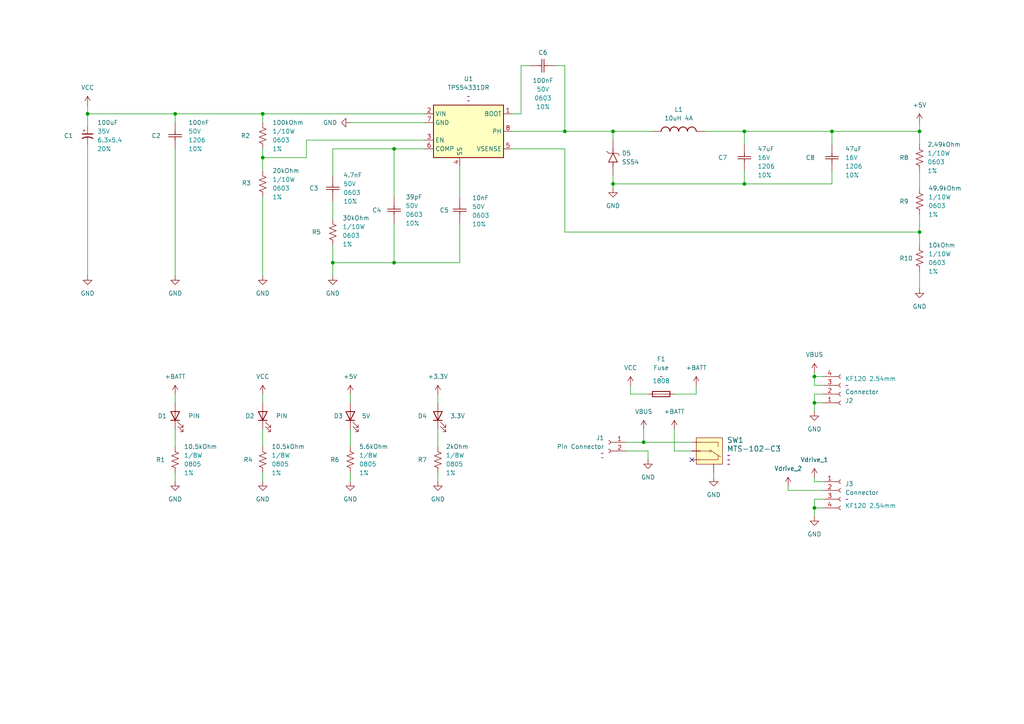
<source format=kicad_sch>
(kicad_sch (version 20250114) (generator "eeschema") (generator_version "9.0")
  (paper "A4")
  (title_block (title "Power Supply") (date "2025-06-30"))
  (lib_symbols
    (symbol "automative_hexapod:0630_10uH-4A" (pin_numbers (hide yes)) (pin_names (hide yes))
      (property "Reference" "L" (at -0.762 5.588 0))
      (property "Value" "10uH 4A" (at -5.08 3.302 0))
      (symbol "0630_10uH-4A_1_1"
        (pin passive line (at -7.62 0 0) (length 2.54) (name "1") (number "1"))
        (pin passive line (at 7.62 0 180) (length 2.54) (name "2") (number "2"))
      )
    )
    (symbol "automative_hexapod:Cap_Polarized_SMD_100uF_35V" (pin_numbers (hide yes)) (pin_names (offset 0.254))
      (property "Reference" "C" (at -1.905 2.54 0))
      (property "Value" "100uF" (at -2.54 -3.556 0))
      (property "Value 2" "35V" (at -0.762 -5.334 0))
      (property "Value 3" "6.3x5.4" (at 1.27 -7.112 0))
      (property "Value 4" "20%" (at -0.508 -8.89 0))
      (symbol "Cap_Polarized_SMD_100uF_35V_1_1"
        (pin passive line (at -2.54 0 0) (length 2.032) (name "~") (number "1"))
        (pin passive line (at 2.54 0 180) (length 2.032) (name "~") (number "2"))
      )
    )
    (symbol "automative_hexapod:Ceramic_Cap_0603_100nF_50V" (pin_numbers (hide yes)) (pin_names (hide yes))
      (property "Reference" "C" (at -1.524 2.794 0))
      (property "Value" "100nF" (at -0.254 -3.81 0))
      (property "Value 2" "50V" (at -1.27 -5.842 0))
      (property "Value 3" "0603" (at -0.508 -7.874 0))
      (property "Value 4" "10%" (at -1.016 -9.652 0))
      (symbol "Ceramic_Cap_0603_100nF_50V_1_1"
        (pin unspecified line (at -3.81 0 0) (length 2.54) (name "") (number "1"))
        (pin unspecified line (at 3.81 0 180) (length 2.54) (name "") (number "2"))
      )
    )
    (symbol "automative_hexapod:Ceramic_Cap_0603_10nF_50V" (pin_numbers (hide yes)) (pin_names (hide yes))
      (property "Reference" "C" (at -1.524 2.794 0))
      (property "Value" "10nF" (at -0.254 -3.81 0))
      (property "Value 2" "50V" (at -0.762 -5.842 0))
      (property "Value 3" "0603" (at 0 -7.874 0))
      (property "Value 4" "10%" (at -0.508 -9.652 0))
      (symbol "Ceramic_Cap_0603_10nF_50V_1_1"
        (pin unspecified line (at -3.81 0 0) (length 2.54) (name "") (number "1"))
        (pin unspecified line (at 3.81 0 180) (length 2.54) (name "") (number "2"))
      )
    )
    (symbol "automative_hexapod:Ceramic_Cap_0603_39pF_50V" (pin_numbers (hide yes)) (pin_names (hide yes))
      (property "Reference" "C" (at -1.524 2.794 0))
      (property "Value" "39pF" (at -0.254 -3.81 0))
      (property "Value 2" "50V" (at -0.762 -5.842 0))
      (property "Value 3" "0603" (at 0 -7.874 0))
      (property "Value 4" "10%" (at -0.508 -9.652 0))
      (symbol "Ceramic_Cap_0603_39pF_50V_1_1"
        (pin unspecified line (at -3.81 0 0) (length 2.54) (name "") (number "1"))
        (pin unspecified line (at 3.81 0 180) (length 2.54) (name "") (number "2"))
      )
    )
    (symbol "automative_hexapod:Ceramic_Cap_0603_4.7nF_50V" (pin_numbers (hide yes)) (pin_names (hide yes))
      (property "Reference" "C" (at -1.524 2.794 0))
      (property "Value" "4.7nF" (at -0.254 -3.81 0))
      (property "Value 2" "50V" (at -0.762 -5.842 0))
      (property "Value 3" "0603" (at 0 -7.874 0))
      (property "Value 4" "10%" (at -0.508 -9.652 0))
      (symbol "Ceramic_Cap_0603_4.7nF_50V_1_1"
        (pin unspecified line (at -3.81 0 0) (length 2.54) (name "") (number "1"))
        (pin unspecified line (at 3.81 0 180) (length 2.54) (name "") (number "2"))
      )
    )
    (symbol "automative_hexapod:Ceramic_Cap_1206_100nF_50V" (pin_numbers (hide yes)) (pin_names (hide yes))
      (property "Reference" "C" (at -1.524 2.794 0))
      (property "Value" "100nF" (at -0.254 -3.81 0))
      (property "Value 2" "50V" (at -1.27 -5.842 0))
      (property "Value 3" "1206" (at -0.508 -7.874 0))
      (property "Value 4" "10%" (at -1.016 -9.652 0))
      (symbol "Ceramic_Cap_1206_100nF_50V_1_1"
        (pin unspecified line (at -3.81 0 0) (length 2.54) (name "") (number "1"))
        (pin unspecified line (at 3.81 0 180) (length 2.54) (name "") (number "2"))
      )
    )
    (symbol "automative_hexapod:Ceramic_Cap_1206_47uF_16V" (pin_numbers (hide yes)) (pin_names (hide yes))
      (property "Reference" "C" (at 2.286 2.794 0))
      (property "Value" "47uF" (at -0.254 -3.302 0))
      (property "Value 2" "16V" (at -0.762 -5.334 0))
      (property "Value 3" "1206" (at -0.254 -7.366 0))
      (property "Value 4" "10%" (at -0.762 -9.398 0))
      (symbol "Ceramic_Cap_1206_47uF_16V_1_1"
        (pin unspecified line (at -3.81 0 0) (length 2.54) (name "") (number "1"))
        (pin unspecified line (at 3.81 0 180) (length 2.54) (name "") (number "2"))
      )
    )
    (symbol "automative_hexapod:Fuse_1808" (pin_numbers (hide yes)) (pin_names (offset 0))
      (property "Reference" "F" (at 0 2.032 0))
      (property "Value" "Fuse" (at 0 -1.905 0))
      (property "Value 2" "~" (at 0 0 0))
      (property "Value 3" "1808" (at 0.254 -3.556 0))
      (symbol "Fuse_1808_1_1"
        (pin passive line (at -3.81 0 0) (length 1.27) (name "~") (number "1"))
        (pin passive line (at 3.81 0 180) (length 1.27) (name "~") (number "2"))
      )
    )
    (symbol "automative_hexapod:KF120-4-V Domino" (pin_names (offset 1.016) (hide yes))
      (property "Reference" "J" (at 0 5.08 0))
      (property "Value" "Connector" (at 6.858 2.032 0))
      (property "Value 2" "~" (at 0 0 0))
      (property "Value 3" "KF120 2.54mm" (at 9.398 -0.508 0))
      (symbol "KF120-4-V Domino_1_1"
        (pin passive line (at -5.08 2.54 0) (length 3.81) (name "Pin_1") (number "1"))
        (pin passive line (at -5.08 0 0) (length 3.81) (name "Pin_2") (number "2"))
        (pin passive line (at -5.08 -2.54 0) (length 3.81) (name "Pin_3") (number "3"))
        (pin passive line (at -5.08 -5.08 0) (length 3.81) (name "Pin_4") (number "4"))
      )
    )
    (symbol "automative_hexapod:LED_0805" (pin_numbers (hide yes)) (pin_names (offset 1.016) (hide yes))
      (property "Reference" "D" (at 0 2.54 0))
      (property "Value" "LED_0805" (at 0 -2.794 0))
      (symbol "LED_0805_1_1"
        (pin passive line (at -3.81 0 0) (length 2.54) (name "A") (number "2"))
        (pin passive line (at 3.81 0 180) (length 2.54) (name "K") (number "1"))
      )
    )
    (symbol "automative_hexapod:MTS-102-C3" (pin_numbers (hide yes)) (pin_names (offset 0.254) (hide yes))
      (property "Reference" "SW" (at -2.54 5.334 0))
      (property "Value" "MTS-102-C3" (at 11.43 -2.794 0))
      (property "Value 2" "~" (at 0 0 0))
      (property "Value 3" "~" (at 0 0 0))
      (property "Value 4" "~" (at 0 0 0))
      (symbol "MTS-102-C3_0_1"
        (pin unspecified line (at -5.08 2.54 0) (length 2.54) (name "3") (number "3"))
        (pin unspecified line (at -5.08 0 0) (length 2.54) (name "2") (number "2"))
        (pin unspecified line (at -5.08 -2.54 0) (length 2.54) (name "1") (number "1"))
        (pin unspecified line (at 1.27 -6.35 90) (length 2.54) (name "SH") (number "SH"))
      )
    )
    (symbol "automative_hexapod:Pin Connector" (pin_names (offset 1.016) (hide yes))
      (property "Reference" "J" (at 0 2.54 0))
      (property "Value" "Pin Connector" (at 7.62 -0.508 0))
      (property "Value 2" "~" (at 0 0 0))
      (property "Value 3" "~" (at 6.096 -2.286 0))
      (symbol "Pin Connector_1_1"
        (pin passive line (at -5.08 0 0) (length 3.81) (name "Pin_1") (number "1"))
        (pin passive line (at -5.08 -2.54 0) (length 3.81) (name "Pin_2") (number "2"))
      )
    )
    (symbol "automative_hexapod:Res_10.5K_0805_1%" (pin_numbers (hide yes)) (pin_names (hide yes))
      (property "Reference" "R" (at 0 2.54 0))
      (property "Value" "10.5kOhm" (at 0.508 -3.556 0))
      (property "Value 2" "1/8W" (at -1.524 -5.334 0))
      (property "Value 3" "0805" (at -1.778 -7.112 0))
      (property "Value 4" "1%" (at -2.794 -8.89 0))
      (symbol "Res_10.5K_0805_1%_1_1"
        (pin passive line (at -3.81 0 0) (length 1.27) (name "~") (number "1"))
        (pin passive line (at 3.81 0 180) (length 1.27) (name "~") (number "2"))
      )
    )
    (symbol "automative_hexapod:Res_100K_0603_1%" (pin_numbers (hide yes)) (pin_names (hide yes))
      (property "Reference" "R" (at 0 2.54 0))
      (property "Value" "100kOhm" (at 0.508 -3.556 0))
      (property "Value 2" "1/10W" (at -0.508 -5.334 0))
      (property "Value 3" "0603" (at -0.762 -7.112 0))
      (property "Value 4" "1%" (at -1.778 -8.89 0))
      (symbol "Res_100K_0603_1%_1_1"
        (pin passive line (at -3.81 0 0) (length 1.27) (name "~") (number "1"))
        (pin passive line (at 3.81 0 180) (length 1.27) (name "~") (number "2"))
      )
    )
    (symbol "automative_hexapod:Res_10K_0603_1%" (pin_numbers (hide yes)) (pin_names (hide yes))
      (property "Reference" "R" (at 0 2.54 0))
      (property "Value" "10kOhm" (at 0.508 -3.556 0))
      (property "Value 2" "1/10W" (at -0.508 -5.334 0))
      (property "Value 3" "0603" (at -0.762 -7.112 0))
      (property "Value 4" "1%" (at -1.778 -8.89 0))
      (symbol "Res_10K_0603_1%_1_1"
        (pin passive line (at -3.81 0 0) (length 1.27) (name "~") (number "1"))
        (pin passive line (at 3.81 0 180) (length 1.27) (name "~") (number "2"))
      )
    )
    (symbol "automative_hexapod:Res_2.49K_0603_1%" (pin_numbers (hide yes)) (pin_names (hide yes))
      (property "Reference" "R" (at 0 2.54 0))
      (property "Value" "2.49kOhm" (at 0.508 -3.556 0))
      (property "Value 2" "1/10W" (at -0.508 -5.334 0))
      (property "Value 3" "0603" (at -0.762 -7.112 0))
      (property "Value 4" "1%" (at -1.778 -8.89 0))
      (symbol "Res_2.49K_0603_1%_1_1"
        (pin passive line (at -3.81 0 0) (length 1.27) (name "~") (number "1"))
        (pin passive line (at 3.81 0 180) (length 1.27) (name "~") (number "2"))
      )
    )
    (symbol "automative_hexapod:Res_20K_0603_1%" (pin_numbers (hide yes)) (pin_names (hide yes))
      (property "Reference" "R" (at 0 2.54 0))
      (property "Value" "20kOhm" (at 0.508 -3.556 0))
      (property "Value 2" "1/10W" (at -0.508 -5.334 0))
      (property "Value 3" "0603" (at -0.762 -7.112 0))
      (property "Value 4" "1%" (at -1.778 -8.89 0))
      (symbol "Res_20K_0603_1%_1_1"
        (pin passive line (at -3.81 0 0) (length 1.27) (name "~") (number "1"))
        (pin passive line (at 3.81 0 180) (length 1.27) (name "~") (number "2"))
      )
    )
    (symbol "automative_hexapod:Res_2K_0805_1%" (pin_numbers (hide yes)) (pin_names (hide yes))
      (property "Reference" "R" (at 0 2.54 0))
      (property "Value" "2kOhm" (at 0.508 -3.556 0))
      (property "Value 2" "1/8W" (at 0 -5.334 0))
      (property "Value 3" "0805" (at -0.254 -7.112 0))
      (property "Value 4" "1%" (at -1.27 -8.89 0))
      (symbol "Res_2K_0805_1%_1_1"
        (pin passive line (at -3.81 0 0) (length 1.27) (name "~") (number "1"))
        (pin passive line (at 3.81 0 180) (length 1.27) (name "~") (number "2"))
      )
    )
    (symbol "automative_hexapod:Res_30K_0603_1%" (pin_numbers (hide yes)) (pin_names (hide yes))
      (property "Reference" "R" (at 0 2.54 0))
      (property "Value" "30kOhm" (at 0.508 -3.556 0))
      (property "Value 2" "1/10W" (at -0.508 -5.334 0))
      (property "Value 3" "0603" (at -0.762 -7.112 0))
      (property "Value 4" "1%" (at -1.778 -8.89 0))
      (symbol "Res_30K_0603_1%_1_1"
        (pin passive line (at -3.81 0 0) (length 1.27) (name "~") (number "1"))
        (pin passive line (at 3.81 0 180) (length 1.27) (name "~") (number "2"))
      )
    )
    (symbol "automative_hexapod:Res_49.9K_0603_1%" (pin_numbers (hide yes)) (pin_names (hide yes))
      (property "Reference" "R" (at 0 2.54 0))
      (property "Value" "49.9kOhm" (at 0.508 -3.556 0))
      (property "Value 2" "1/10W" (at -0.508 -5.334 0))
      (property "Value 3" "0603" (at -0.762 -7.112 0))
      (property "Value 4" "1%" (at -1.778 -8.89 0))
      (symbol "Res_49.9K_0603_1%_1_1"
        (pin passive line (at -3.81 0 0) (length 1.27) (name "~") (number "1"))
        (pin passive line (at 3.81 0 180) (length 1.27) (name "~") (number "2"))
      )
    )
    (symbol "automative_hexapod:Res_5.6K_0805_1%" (pin_numbers (hide yes)) (pin_names (hide yes))
      (property "Reference" "R" (at 0 2.54 0))
      (property "Value" "5.6kOhm" (at 1.27 -3.556 0))
      (property "Value 2" "1/8W" (at 0 -5.334 0))
      (property "Value 3" "0805" (at -0.254 -7.112 0))
      (property "Value 4" "1%" (at -1.27 -8.89 0))
      (symbol "Res_5.6K_0805_1%_1_1"
        (pin passive line (at -3.81 0 0) (length 1.27) (name "~") (number "1"))
        (pin passive line (at 3.81 0 180) (length 1.27) (name "~") (number "2"))
      )
    )
    (symbol "automative_hexapod:SS54" (pin_numbers (hide yes)) (pin_names (hide yes))
      (property "Reference" "D" (at -1.016 2.286 0))
      (property "Value" "SS54" (at 2.54 -2.794 0))
      (symbol "SS54_1_1"
        (pin unspecified line (at -3.81 0 0) (length 2.54) (name "A") (number "1"))
        (pin unspecified line (at 6.35 0 180) (length 2.54) (name "K") (number "2"))
      )
    )
    (symbol "automative_hexapod:TPS54331DR"
      (property "Reference" "U" (at 1.27 16.51 0))
      (property "Value" "TPS54331DR" (at 13.97 16.51 0))
      (property "Value 2" "~" (at 0 0 0))
      (property "Value 3" "~" (at 0 0 0))
      (property "Value 4" "~" (at 0 0 0))
      (symbol "TPS54331DR_1_1"
        (pin power_in line (at -2.54 12.7 0) (length 2.54) (name "VIN") (number "2"))
        (pin power_in line (at -2.54 10.16 0) (length 2.54) (name "GND") (number "7"))
        (pin output line (at -2.54 5.08 0) (length 2.54) (name "EN") (number "3"))
        (pin output line (at -2.54 2.54 0) (length 2.54) (name "COMP") (number "6"))
        (pin power_in line (at 7.62 -2.54 90) (length 2.54) (name "SS") (number "4"))
        (pin output line (at 22.86 12.7 180) (length 2.54) (name "BOOT") (number "1"))
        (pin output line (at 22.86 7.62 180) (length 2.54) (name "PH") (number "8"))
        (pin input line (at 22.86 2.54 180) (length 2.54) (name "VSENSE") (number "5"))
      )
    )
    (symbol "power:+3.3V" (power) (pin_numbers (hide yes)) (pin_names (offset 0) (hide yes))
      (property "Value" "+3.3V" (at 0 3.556 0))
      (symbol "+3.3V_1_1"
        (pin power_in line (at 0 0 90) (length 0) (name "~") (number "1"))
      )
    )
    (symbol "power:+5V" (power) (pin_numbers (hide yes)) (pin_names (offset 0) (hide yes))
      (property "Value" "+5V" (at 0 3.556 0))
      (symbol "+5V_1_1"
        (pin power_in line (at 0 0 90) (length 0) (name "~") (number "1"))
      )
    )
    (symbol "power:+BATT" (power) (pin_numbers (hide yes)) (pin_names (offset 0) (hide yes))
      (property "Value" "+BATT" (at 0 3.556 0))
      (symbol "+BATT_1_1"
        (pin power_in line (at 0 0 90) (length 0) (name "~") (number "1"))
      )
    )
    (symbol "power:GND" (power) (pin_numbers (hide yes)) (pin_names (offset 0) (hide yes))
      (property "Value" "GND" (at 0 -3.81 0))
      (symbol "GND_1_1"
        (pin power_in line (at 0 0 270) (length 0) (name "~") (number "1"))
      )
    )
    (symbol "power:VBUS" (power) (pin_numbers (hide yes)) (pin_names (offset 0) (hide yes))
      (property "Value" "VBUS" (at 0 3.556 0))
      (symbol "VBUS_1_1"
        (pin power_in line (at 0 0 90) (length 0) (name "~") (number "1"))
      )
    )
    (symbol "power:VCC" (power) (pin_numbers (hide yes)) (pin_names (offset 0) (hide yes))
      (property "Value" "VCC" (at 0 3.556 0))
      (symbol "VCC_1_1"
        (pin power_in line (at 0 0 90) (length 0) (name "~") (number "1"))
      )
    )
    (symbol "power:Vdrive" (power) (pin_numbers (hide yes)) (pin_names (offset 0) (hide yes))
      (property "Value" "Vdrive" (at 0 3.556 0))
      (symbol "Vdrive_1_1"
        (pin power_in line (at 0 0 90) (length 0) (name "~") (number "1"))
      )
    )
  )
  (junction (at 76.2 33.02))
  (junction (at 236.22 116.84))
  (junction (at 177.8 53.34))
  (junction (at 25.4 33.02))
  (junction (at 215.9 53.34))
  (junction (at 50.8 33.02))
  (junction (at 266.7 67.31))
  (junction (at 266.7 38.1))
  (junction (at 114.3 43.18))
  (junction (at 215.9 38.1))
  (junction (at 114.3 76.2))
  (junction (at 177.8 38.1))
  (junction (at 241.3 38.1))
  (junction (at 236.22 147.32))
  (junction (at 76.2 45.72))
  (junction (at 236.22 109.22))
  (junction (at 96.52 76.2))
  (junction (at 186.69 128.27))
  (junction (at 163.83 38.1))
  (no_connect (at 200.66 133.35))
  (wire (pts (xy 177.8 38.1) (xy 163.83 38.1)))
  (wire (pts (xy 96.52 76.2) (xy 96.52 71.12)))
  (wire (pts (xy 236.22 144.78) (xy 238.76 144.78)))
  (wire (pts (xy 101.6 114.3) (xy 101.6 116.84)))
  (wire (pts (xy 127 114.3) (xy 127 116.84)))
  (wire (pts (xy 266.7 41.91) (xy 266.7 38.1)))
  (wire (pts (xy 266.7 67.31) (xy 266.7 71.12)))
  (wire (pts (xy 96.52 50.8) (xy 96.52 43.18)))
  (wire (pts (xy 236.22 114.3) (xy 238.76 114.3)))
  (wire (pts (xy 114.3 76.2) (xy 96.52 76.2)))
  (wire (pts (xy 236.22 111.76) (xy 238.76 111.76)))
  (wire (pts (xy 186.69 128.27) (xy 200.66 128.27)))
  (wire (pts (xy 236.22 116.84) (xy 236.22 114.3)))
  (wire (pts (xy 215.9 53.34) (xy 177.8 53.34)))
  (wire (pts (xy 215.9 38.1) (xy 241.3 38.1)))
  (wire (pts (xy 182.88 114.3) (xy 187.96 114.3)))
  (wire (pts (xy 186.69 124.46) (xy 186.69 128.27)))
  (wire (pts (xy 25.4 30.48) (xy 25.4 33.02)))
  (wire (pts (xy 266.7 49.53) (xy 266.7 54.61)))
  (wire (pts (xy 236.22 147.32) (xy 238.76 147.32)))
  (wire (pts (xy 76.2 33.02) (xy 123.19 33.02)))
  (wire (pts (xy 76.2 124.46) (xy 76.2 129.54)))
  (wire (pts (xy 114.3 43.18) (xy 123.19 43.18)))
  (wire (pts (xy 177.8 53.34) (xy 177.8 54.61)))
  (wire (pts (xy 25.4 41.91) (xy 25.4 80.01)))
  (wire (pts (xy 201.93 114.3) (xy 195.58 114.3)))
  (wire (pts (xy 88.9 40.64) (xy 88.9 45.72)))
  (wire (pts (xy 76.2 57.15) (xy 76.2 80.01)))
  (wire (pts (xy 236.22 147.32) (xy 236.22 144.78)))
  (wire (pts (xy 241.3 53.34) (xy 215.9 53.34)))
  (wire (pts (xy 114.3 43.18) (xy 114.3 57.15)))
  (wire (pts (xy 236.22 119.38) (xy 236.22 116.84)))
  (wire (pts (xy 133.35 64.77) (xy 133.35 76.2)))
  (wire (pts (xy 236.22 109.22) (xy 238.76 109.22)))
  (wire (pts (xy 148.59 43.18) (xy 163.83 43.18)))
  (wire (pts (xy 215.9 49.53) (xy 215.9 53.34)))
  (wire (pts (xy 236.22 107.95) (xy 236.22 109.22)))
  (wire (pts (xy 163.83 67.31) (xy 266.7 67.31)))
  (wire (pts (xy 114.3 64.77) (xy 114.3 76.2)))
  (wire (pts (xy 148.59 38.1) (xy 163.83 38.1)))
  (wire (pts (xy 187.96 133.35) (xy 187.96 130.81)))
  (wire (pts (xy 241.3 38.1) (xy 241.3 41.91)))
  (wire (pts (xy 50.8 33.02) (xy 50.8 35.56)))
  (wire (pts (xy 204.47 38.1) (xy 215.9 38.1)))
  (wire (pts (xy 163.83 19.05) (xy 161.29 19.05)))
  (wire (pts (xy 195.58 124.46) (xy 195.58 130.81)))
  (wire (pts (xy 50.8 114.3) (xy 50.8 116.84)))
  (wire (pts (xy 76.2 33.02) (xy 76.2 35.56)))
  (wire (pts (xy 133.35 76.2) (xy 114.3 76.2)))
  (wire (pts (xy 127 124.46) (xy 127 129.54)))
  (wire (pts (xy 236.22 139.7) (xy 236.22 138.43)))
  (wire (pts (xy 101.6 124.46) (xy 101.6 129.54)))
  (wire (pts (xy 88.9 40.64) (xy 123.19 40.64)))
  (wire (pts (xy 133.35 48.26) (xy 133.35 57.15)))
  (wire (pts (xy 266.7 38.1) (xy 241.3 38.1)))
  (wire (pts (xy 76.2 45.72) (xy 76.2 43.18)))
  (wire (pts (xy 241.3 49.53) (xy 241.3 53.34)))
  (wire (pts (xy 101.6 137.16) (xy 101.6 139.7)))
  (wire (pts (xy 151.13 19.05) (xy 153.67 19.05)))
  (wire (pts (xy 76.2 137.16) (xy 76.2 139.7)))
  (wire (pts (xy 266.7 78.74) (xy 266.7 83.82)))
  (wire (pts (xy 177.8 38.1) (xy 189.23 38.1)))
  (wire (pts (xy 101.6 35.56) (xy 123.19 35.56)))
  (wire (pts (xy 236.22 149.86) (xy 236.22 147.32)))
  (wire (pts (xy 266.7 62.23) (xy 266.7 67.31)))
  (wire (pts (xy 236.22 109.22) (xy 236.22 111.76)))
  (wire (pts (xy 76.2 45.72) (xy 76.2 49.53)))
  (wire (pts (xy 181.61 128.27) (xy 186.69 128.27)))
  (wire (pts (xy 228.6 142.24) (xy 238.76 142.24)))
  (wire (pts (xy 148.59 33.02) (xy 151.13 33.02)))
  (wire (pts (xy 177.8 50.8) (xy 177.8 53.34)))
  (wire (pts (xy 182.88 111.76) (xy 182.88 114.3)))
  (wire (pts (xy 207.01 138.43) (xy 207.01 137.16)))
  (wire (pts (xy 195.58 130.81) (xy 200.66 130.81)))
  (wire (pts (xy 50.8 124.46) (xy 50.8 129.54)))
  (wire (pts (xy 151.13 33.02) (xy 151.13 19.05)))
  (wire (pts (xy 50.8 43.18) (xy 50.8 80.01)))
  (wire (pts (xy 25.4 36.83) (xy 25.4 33.02)))
  (wire (pts (xy 96.52 43.18) (xy 114.3 43.18)))
  (wire (pts (xy 201.93 111.76) (xy 201.93 114.3)))
  (wire (pts (xy 127 137.16) (xy 127 139.7)))
  (wire (pts (xy 163.83 43.18) (xy 163.83 67.31)))
  (wire (pts (xy 25.4 33.02) (xy 50.8 33.02)))
  (wire (pts (xy 187.96 130.81) (xy 181.61 130.81)))
  (wire (pts (xy 50.8 137.16) (xy 50.8 139.7)))
  (wire (pts (xy 215.9 38.1) (xy 215.9 41.91)))
  (wire (pts (xy 96.52 76.2) (xy 96.52 80.01)))
  (wire (pts (xy 163.83 38.1) (xy 163.83 19.05)))
  (wire (pts (xy 88.9 45.72) (xy 76.2 45.72)))
  (wire (pts (xy 238.76 139.7) (xy 236.22 139.7)))
  (wire (pts (xy 228.6 140.97) (xy 228.6 142.24)))
  (wire (pts (xy 50.8 33.02) (xy 76.2 33.02)))
  (wire (pts (xy 177.8 40.64) (xy 177.8 38.1)))
  (wire (pts (xy 236.22 116.84) (xy 238.76 116.84)))
  (wire (pts (xy 76.2 114.3) (xy 76.2 116.84)))
  (wire (pts (xy 266.7 35.56) (xy 266.7 38.1)))
  (wire (pts (xy 96.52 58.42) (xy 96.52 63.5)))
  (symbol (lib_id "power:+BATT") (at 50.8 114.3 0) (unit 1)
    (property "Reference" "#PWR04" (effects (hide yes)))
    (property "Value" "+BATT" (at 50.8 109.22 0))
    (property "Description" "Power symbol creates a global label with name \"+BATT\"" (effects (hide yes)))
  )
  (symbol (lib_id "automative_hexapod:Res_2K_0805_1%") (at 127 133.35 90) (unit 1)
    (property "Reference" "R7" (at 121.158 133.35 90) (effects (justify right)))
    (property "Value" "2kOhm" (at 129.286 129.54 90) (effects (justify right)))
    (property "Footprint" "automative_hexapod:Res_0805" (effects (hide yes)))
    (property "Description" "Res_2K_0805_1%" (effects (hide yes)))
    (property "Value 2" "1/8W" (at 129.286 132.08 90) (effects (justify right)))
    (property "Value 3" "0805" (at 129.286 134.62 90) (effects (justify right)))
    (property "Value 4" "1%" (at 129.286 137.16 90) (effects (justify right)))
    (property "Supply Name" "Thegioiic" (effects (hide yes)))
    (property "Supply Part Number" "Điện Trở 2 KOhm 0805 1%" (effects (hide yes)))
    (property "Supply URL" "https://www.Thegioiic.com/dien-tro-2-kohm-0805-1-" (effects (hide yes)))
  )
  (symbol (lib_id "automative_hexapod:Res_10.5K_0805_1%") (at 50.8 133.35 90) (unit 1)
    (property "Reference" "R1" (at 45.212 133.35 90) (effects (justify right)))
    (property "Value" "10.5kOhm" (at 53.34 129.54 90) (effects (justify right)))
    (property "Footprint" "automative_hexapod:Res_0805" (effects (hide yes)))
    (property "Description" "Res_10.5K_0805_1%" (effects (hide yes)))
    (property "Value 2" "1/8W" (at 53.34 132.08 90) (effects (justify right)))
    (property "Value 3" "0805" (at 53.34 134.62 90) (effects (justify right)))
    (property "Value 4" "1%" (at 53.34 137.16 90) (effects (justify right)))
    (property "Supply Name" "Thegioiic" (effects (hide yes)))
    (property "Supply Part Number" "Điện Trở 10.5 KOhm 0805 1%" (effects (hide yes)))
    (property "Supply URL" "https://www.Thegioiic.com/dien-tro-10-5-kohm-0805-1-" (effects (hide yes)))
  )
  (symbol (lib_id "power:GND") (at 76.2 80.01 0) (unit 1)
    (property "Reference" "#PWR06" (effects (hide yes)))
    (property "Value" "GND" (at 76.2 85.09 0))
    (property "Description" "Power symbol creates a global label with name \"GND\" , ground" (effects (hide yes)))
  )
  (symbol (lib_id "power:Vdrive") (at 228.6 140.97 0) (unit 1)
    (property "Reference" "#PWR021" (effects (hide yes)))
    (property "Value" "Vdrive_2" (at 228.6 135.89 0))
    (property "Description" "Power symbol creates a global label with name \"Vdrive\"" (effects (hide yes)))
  )
  (symbol (lib_id "power:VBUS") (at 186.69 124.46 0) (unit 1)
    (property "Reference" "#PWR0186" (effects (hide yes)))
    (property "Value" "VBUS" (at 186.69 119.38 0))
    (property "Description" "Power symbol creates a global label with name \"VBUS\"" (effects (hide yes)))
  )
  (symbol (lib_id "power:GND") (at 101.6 35.56 270) (unit 1)
    (property "Reference" "#PWR010" (effects (hide yes)))
    (property "Value" "GND" (at 97.79 35.5599 90) (effects (justify right)))
    (property "Description" "Power symbol creates a global label with name \"GND\" , ground" (effects (hide yes)))
  )
  (symbol (lib_id "automative_hexapod:0630_10uH-4A") (at 196.85 38.1 0) (unit 1)
    (property "Reference" "L1" (at 196.85 31.75 0))
    (property "Value" "10uH 4A" (at 196.85 34.29 0))
    (property "Footprint" "automative_hexapod:Inductor_0630" (effects (hide yes)))
    (property "Description" "Inductor 10uH 0630" (effects (hide yes)))
    (property "Value 3" "0630" (effects (hide yes)))
    (property "Value 4" "20%" (effects (hide yes)))
    (property "Supply Name" "icdayroi" (effects (hide yes)))
    (property "Supply Part Number" " Cuộn cảm 10UH 0630" (effects (hide yes)))
    (property "Supply URL" "https://icdayroi.com/cuon-cam-10uh-0630" (effects (hide yes)))
  )
  (symbol (lib_id "automative_hexapod:Res_5.6K_0805_1%") (at 101.6 133.35 90) (unit 1)
    (property "Reference" "R6" (at 95.758 133.35 90) (effects (justify right)))
    (property "Value" "5.6kOhm" (at 104.14 129.54 90) (effects (justify right)))
    (property "Footprint" "automative_hexapod:Res_0805" (effects (hide yes)))
    (property "Description" "Res_5.6K_0805_1%" (effects (hide yes)))
    (property "Value 2" "1/8W" (at 104.14 132.08 90) (effects (justify right)))
    (property "Value 3" "0805" (at 104.14 134.62 90) (effects (justify right)))
    (property "Value 4" "1%" (at 104.14 137.16 90) (effects (justify right)))
    (property "Supply Name" "Thegioiic" (effects (hide yes)))
    (property "Supply Part Number" "Điện Trở 5.6 KOhm 0805 1%" (effects (hide yes)))
    (property "Supply URL" "https://www.Thegioiic.com/dien-tro-5-6-kohm-0805-1-" (effects (hide yes)))
  )
  (symbol (lib_id "power:VCC") (at 25.4 30.48 0) (unit 1)
    (property "Reference" "#PWR01" (effects (hide yes)))
    (property "Value" "VCC" (at 25.4 25.4 0))
    (property "Description" "Power symbol creates a global label with name \"VCC\"" (effects (hide yes)))
  )
  (symbol (lib_id "power:+5V") (at 266.7 35.56 0) (unit 1)
    (property "Reference" "#PWR026" (effects (hide yes)))
    (property "Value" "+5V" (at 266.7 30.48 0))
    (property "Description" "Power symbol creates a global label with name \"+5V\"" (effects (hide yes)))
  )
  (symbol (lib_id "automative_hexapod:Res_49.9K_0603_1%") (at 266.7 58.42 90) (unit 1)
    (property "Reference" "R9" (at 260.858 58.42 90) (effects (justify right)))
    (property "Value" "49.9kOhm" (at 269.24 54.61 90) (effects (justify right)))
    (property "Footprint" "automative_hexapod:Res_0603" (effects (hide yes)))
    (property "Description" "Res_49.9K_0603_1%" (effects (hide yes)))
    (property "Value 2" "1/10W" (at 269.24 57.15 90) (effects (justify right)))
    (property "Value 3" "0603" (at 269.24 59.69 90) (effects (justify right)))
    (property "Value 4" "1%" (at 269.24 62.23 90) (effects (justify right)))
    (property "Supply Name" "Thegioiic" (effects (hide yes)))
    (property "Supply Part Number" "Điện Trở 49.9 KOhm 0603 1%" (effects (hide yes)))
    (property "Supply URL" "https://www.thegioiic.com/dien-tro-49-9-kohm-0603-1-" (effects (hide yes)))
  )
  (symbol (lib_id "power:GND") (at 207.01 138.43 0) (unit 1)
    (property "Reference" "#PWR020" (effects (hide yes)))
    (property "Value" "GND" (at 207.01 143.51 0))
    (property "Description" "Power symbol creates a global label with name \"GND\" , ground" (effects (hide yes)))
  )
  (symbol (lib_id "power:GND") (at 101.6 139.7 0) (unit 1)
    (property "Reference" "#PWR012" (effects (hide yes)))
    (property "Value" "GND" (at 101.6 144.78 0))
    (property "Description" "Power symbol creates a global label with name \"GND\" , ground" (effects (hide yes)))
  )
  (symbol (lib_id "power:VCC") (at 76.2 114.3 0) (unit 1)
    (property "Reference" "#PWR07" (effects (hide yes)))
    (property "Value" "VCC" (at 76.2 109.22 0))
    (property "Description" "Power symbol creates a global label with name \"VCC\"" (effects (hide yes)))
  )
  (symbol (lib_id "automative_hexapod:Pin Connector") (at 176.53 128.27 0) (mirror y) (unit 1)
    (property "Reference" "J1" (at 175.26 126.9999 0) (effects (justify left)))
    (property "Value" "Pin Connector" (at 175.26 129.5399 0) (effects (justify left)))
    (property "Footprint" "automative_hexapod:Connector-Pin" (effects (hide yes)))
    (property "Value 2" "~" (at 175.26 131.445 0) (effects (justify left)))
    (property "Value 3" "~" (at 175.26 132.715 0) (effects (justify left)))
  )
  (symbol (lib_id "power:GND") (at 236.22 149.86 0) (unit 1)
    (property "Reference" "#PWR025" (effects (hide yes)))
    (property "Value" "GND" (at 236.22 154.94 0))
    (property "Description" "Power symbol creates a global label with name \"GND\" , ground" (effects (hide yes)))
  )
  (symbol (lib_id "automative_hexapod:MTS-102-C3") (at 205.74 130.81 0) (unit 1)
    (property "Reference" "SW1" (at 210.82 127.6349 0) (effects (font (size 1.524 1.524)) (justify left)))
    (property "Value" "MTS-102-C3" (at 210.82 130.1749 0) (effects (font (size 1.524 1.524)) (justify left)))
    (property "Footprint" "automative_hexapod:MTS-102-C3" (effects (hide yes)))
    (property "Value 2" "~" (at 210.82 132.08 0) (effects (justify left)))
    (property "Value 3" "~" (at 210.82 133.35 0) (effects (justify left)))
    (property "Value 4" "~" (at 210.82 134.62 0) (effects (justify left)))
    (property "Supply Name" "Thegioiic" (effects (hide yes)))
    (property "Supply Part Number" "MTS-102-C3 Công Tắc Toggle ON-ON Gạt Giữ 3 Chân Cong 6A 125VAC" (effects (hide yes)))
    (property "Supply URL" "https://www.Thegioiic.com/mts-102-c3-cong-tac-toggle-on-on-gat-giu-3-chan-cong-6a-125vac" (effects (hide yes)))
  )
  (symbol (lib_id "automative_hexapod:Res_20K_0603_1%") (at 76.2 53.34 90) (unit 1)
    (property "Reference" "R3" (at 70.104 53.086 90) (effects (justify right)))
    (property "Value" "20kOhm" (at 78.994 49.53 90) (effects (justify right)))
    (property "Footprint" "automative_hexapod:Res_0603" (effects (hide yes)))
    (property "Description" "Res_20K_0603_1%" (effects (hide yes)))
    (property "Value 2" "1/10W" (at 78.994 52.07 90) (effects (justify right)))
    (property "Value 3" "0603" (at 78.994 54.61 90) (effects (justify right)))
    (property "Value 4" "1%" (at 78.994 57.15 90) (effects (justify right)))
    (property "Supply Name" "Thegioiic" (effects (hide yes)))
    (property "Supply Part Number" "Điện Trở 20 KOhm 0603 1%" (effects (hide yes)))
    (property "Supply URL" "https://www.Thegioiic.com/dien-tro-20-kohm-0603-1-" (effects (hide yes)))
  )
  (symbol (lib_id "power:GND") (at 187.96 133.35 0) (unit 1)
    (property "Reference" "#PWR017" (effects (hide yes)))
    (property "Value" "GND" (at 187.96 138.43 0))
    (property "Description" "Power symbol creates a global label with name \"GND\" , ground" (effects (hide yes)))
  )
  (symbol (lib_id "automative_hexapod:Res_2.49K_0603_1%") (at 266.7 45.72 90) (unit 1)
    (property "Reference" "R8" (at 260.858 45.72 90) (effects (justify right)))
    (property "Value" "2.49kOhm" (at 268.986 41.91 90) (effects (justify right)))
    (property "Footprint" "automative_hexapod:Res_0603" (effects (hide yes)))
    (property "Description" "Res_2.49K_0603_1%" (effects (hide yes)))
    (property "Value 2" "1/10W" (at 268.986 44.45 90) (effects (justify right)))
    (property "Value 3" "0603" (at 268.986 46.99 90) (effects (justify right)))
    (property "Value 4" "1%" (at 268.986 49.53 90) (effects (justify right)))
    (property "Supply Name" "Thegioiic" (effects (hide yes)))
    (property "Supply Part Number" "Điện Trở 2.49 KOhm 0603 1%" (effects (hide yes)))
    (property "Supply URL" "https://www.thegioiic.com/dien-tro-2-49-kohm-0603-1-" (effects (hide yes)))
  )
  (symbol (lib_id "automative_hexapod:LED_0805") (at 101.6 120.65 270) (unit 1)
    (property "Reference" "D3" (at 96.774 120.65 90) (effects (justify left)))
    (property "Value" "5V" (at 104.902 120.65 90) (effects (justify left)))
    (property "Footprint" "automative_hexapod:LED_0805" (effects (hide yes)))
    (property "Description" "Light emitting diode" (effects (hide yes)))
    (property "Supply Name" "Thegioiic" (effects (hide yes)))
    (property "Supply Part Number" "LED Xanh Lá 0805 Dán SMD Trong Suốt" (effects (hide yes)))
    (property "Supply URL" "https://www.Thegioiic.com/led-xanh-la-0805-dan-smd-trong-suot" (effects (hide yes)))
    (property "Supply Name" "Thegioiic" (effects (hide yes)))
  )
  (symbol (lib_id "automative_hexapod:KF120-4-V Domino") (at 243.84 142.24 0) (unit 1)
    (property "Reference" "J3" (at 245.11 140.3349 0) (effects (justify left)))
    (property "Value" "Connector" (at 245.11 142.8749 0) (effects (justify left)))
    (property "Footprint" "automative_hexapod:TerminalBlock_Phoenix_MKDS-1,5-4-5.08_1x04_P5.08mm_Horizontal" (effects (hide yes)))
    (property "Description" "150V 6A" (effects (hide yes)))
    (property "Value 2" "~" (at 245.11 144.78 0) (effects (justify left)))
    (property "Value 3" "KF120 2.54mm" (at 245.11 146.6849 0) (effects (justify left)))
    (property "Supply Name" "Thegioiic" (effects (hide yes)))
    (property "Supply Part Number" " KF120-4-V Domino 4 Chân Thẳng 2.54mm 150V 6A Hàn PCB" (effects (hide yes)))
    (property "Supply URL" "https://www.Thegioiic.com/kf120-4-v-domino-4-chan-thang-2-54mm-150v-6a-han-pcb" (effects (hide yes)))
  )
  (symbol (lib_id "power:GND") (at 50.8 139.7 0) (unit 1)
    (property "Reference" "#PWR05" (effects (hide yes)))
    (property "Value" "GND" (at 50.8 144.78 0))
    (property "Description" "Power symbol creates a global label with name \"GND\" , ground" (effects (hide yes)))
  )
  (symbol (lib_id "automative_hexapod:TPS54331DR") (at 125.73 45.72 0) (unit 1)
    (property "Reference" "U1" (at 135.89 22.86 0))
    (property "Value" "TPS54331DR" (at 135.89 25.4 0))
    (property "Footprint" "automative_hexapod:SOIC-8" (effects (hide yes)))
    (property "Datasheet" "http://www.ti.com/lit/ds/symlink/tps54336a.pdf" (effects (hide yes)))
    (property "Description" "4.5V to 28V Input, 3A, Synchronous Step-Down Converter with Eco-mode(tm)" (effects (hide yes)))
    (property "Supply Name" "Thegioiic" (effects (hide yes)))
    (property "Supply Part Number" "TPS54331DR IC Điều Chỉnh Giảm Áp 3A 8-SOIC" (effects (hide yes)))
    (property "Supply URL" "https://Thegioiic.com/tps54331dr-ic-dieu-chinh-giam-ap-3a-8-soic" (effects (hide yes)))
    (property "Value 2" "~" (at 135.89 27.94 0))
    (property "Value 3" "~" (at 135.89 29.21 0))
    (property "Value 4" "~" (at 135.89 30.48 0))
  )
  (symbol (lib_id "power:+5V") (at 101.6 114.3 0) (unit 1)
    (property "Reference" "#PWR011" (effects (hide yes)))
    (property "Value" "+5V" (at 101.6 109.22 0))
    (property "Description" "Power symbol creates a global label with name \"+5V\"" (effects (hide yes)))
  )
  (symbol (lib_id "power:GND") (at 266.7 83.82 0) (unit 1)
    (property "Reference" "#PWR027" (effects (hide yes)))
    (property "Value" "GND" (at 266.7 88.9 0))
    (property "Description" "Power symbol creates a global label with name \"GND\" , ground" (effects (hide yes)))
  )
  (symbol (lib_id "automative_hexapod:SS54") (at 177.8 46.99 90) (unit 1)
    (property "Reference" "D5" (at 180.34 44.4499 90) (effects (justify right)))
    (property "Value" "SS54" (at 180.34 46.9899 90) (effects (justify right)))
    (property "Footprint" "automative_hexapod:D_SMA" (effects (hide yes)))
    (property "Datasheet" "https://www.thegioiic.com/upload/documents/dc8a63b3eda4738bc390d9dc570a4e18.pdf" (effects (hide yes)))
    (property "Description" "Diode Shotky SS54 1N5824 5A 40V" (effects (hide yes)))
    (property "Supply name" "Thegioiic" (effects (hide yes)))
    (property "Supply part number" "SS54 SMA Diode Shotky 5A 40V" (effects (hide yes)))
    (property "Supply URL" "https://www.thegioiic.com/ss54-sma-diode-shotky-5a-40v" (effects (hide yes)))
  )
  (symbol (lib_id "automative_hexapod:Ceramic_Cap_1206_47uF_16V") (at 241.3 45.72 90) (unit 1)
    (property "Reference" "C8" (at 233.68 45.72 90) (effects (justify right)))
    (property "Value" "47uF" (at 245.11 43.1799 90) (effects (justify right)))
    (property "Footprint" "automative_hexapod:Ceramic_Cap_1206" (effects (hide yes)))
    (property "Description" "10%, 1206 (3216 Metric)" (effects (hide yes)))
    (property "Value 2" "16V" (at 245.11 45.7199 90) (effects (justify right)))
    (property "Value 3" "1206" (at 245.11 48.2599 90) (effects (justify right)))
    (property "Value 4" "10%" (at 245.11 50.7999 90) (effects (justify right)))
    (property "Supply name" "Thegioiic" (effects (hide yes)))
    (property "Supply part number" "Tụ Gốm 0805 47uF 16V" (effects (hide yes)))
    (property "Supply URL" "https://www.Thegioiic.com/tu-gom-0805-47uf-16v" (effects (hide yes)))
  )
  (symbol (lib_id "automative_hexapod:Ceramic_Cap_0603_39pF_50V") (at 114.3 60.96 90) (unit 1)
    (property "Reference" "C4" (at 107.95 60.96 90) (effects (justify right)))
    (property "Value" "39pF" (at 117.602 57.15 90) (effects (justify right)))
    (property "Footprint" "automative_hexapod:Ceramic_Cap_0603" (effects (hide yes)))
    (property "Description" "10%, 0603 (1608 Metric)" (effects (hide yes)))
    (property "Value 2" "50V" (at 117.602 59.69 90) (effects (justify right)))
    (property "Value 3" "0603" (at 117.602 62.23 90) (effects (justify right)))
    (property "Value 4" "10%" (at 117.602 64.77 90) (effects (justify right)))
    (property "Supply Name" "Thegioiic" (effects (hide yes)))
    (property "Supply Part Number" "Tụ Gốm 0603 39pF 50V" (effects (hide yes)))
    (property "Supply URL" "https://www.Thegioiic.com/tu-gom-0603-39pf-50v" (effects (hide yes)))
  )
  (symbol (lib_id "automative_hexapod:Fuse_1808") (at 191.77 114.3 0) (unit 1)
    (property "Reference" "F1" (at 191.77 104.14 0))
    (property "Value" "Fuse" (at 191.77 106.68 0))
    (property "Footprint" "automative_hexapod:FUSE_SMD_1808" (effects (hide yes)))
    (property "Value 2" "~" (at 191.77 109.22 0))
    (property "Value 3" "1808" (at 191.77 110.49 0))
    (property "Supply Name" "Thegioiic" (effects (hide yes)))
    (property "Supply Part Number" "Đế Cầu Chì 1808 Dán SMD" (effects (hide yes)))
    (property "Supply URL" "https://www.Thegioiic.com/de-cau-chi-1808-dan-smd" (effects (hide yes)))
  )
  (symbol (lib_id "power:GND") (at 127 139.7 0) (unit 1)
    (property "Reference" "#PWR014" (effects (hide yes)))
    (property "Value" "GND" (at 127 144.78 0))
    (property "Description" "Power symbol creates a global label with name \"GND\" , ground" (effects (hide yes)))
  )
  (symbol (lib_id "power:+3.3V") (at 127 114.3 0) (unit 1)
    (property "Reference" "#PWR013" (effects (hide yes)))
    (property "Value" "+3.3V" (at 127 109.22 0))
    (property "Description" "Power symbol creates a global label with name \"+3.3V\"" (effects (hide yes)))
  )
  (symbol (lib_id "automative_hexapod:LED_0805") (at 76.2 120.65 270) (unit 1)
    (property "Reference" "D2" (at 71.12 120.65 90) (effects (justify left)))
    (property "Value" "PIN" (at 80.01 120.65 90) (effects (justify left)))
    (property "Footprint" "automative_hexapod:LED_0805" (effects (hide yes)))
    (property "Description" "Light emitting diode" (effects (hide yes)))
    (property "Supply Name" "Thegioiic" (effects (hide yes)))
    (property "Supply Part Number" "LED Xanh Lá 0805 Dán SMD Trong Suốt" (effects (hide yes)))
    (property "Supply URL" "https://www.Thegioiic.com/led-xanh-la-0805-dan-smd-trong-suot" (effects (hide yes)))
  )
  (symbol (lib_id "automative_hexapod:Res_10K_0603_1%") (at 266.7 74.93 90) (unit 1)
    (property "Reference" "R10" (at 260.858 74.93 90) (effects (justify right)))
    (property "Value" "10kOhm" (at 269.24 71.12 90) (effects (justify right)))
    (property "Footprint" "automative_hexapod:Res_0603" (effects (hide yes)))
    (property "Description" "Res_10K_0603_1%" (effects (hide yes)))
    (property "Value 2" "1/10W" (at 269.24 73.66 90) (effects (justify right)))
    (property "Value 3" "0603" (at 269.24 76.2 90) (effects (justify right)))
    (property "Value 4" "1%" (at 269.24 78.74 90) (effects (justify right)))
    (property "Supply Name" "Thegioiic" (effects (hide yes)))
    (property "Supply Part Number" "Điện Trở 10 KOhm 0603 1%" (effects (hide yes)))
    (property "Supply URL" "https://www.Thegioiic.com/dien-tro-10-kohm-0603-1-" (effects (hide yes)))
  )
  (symbol (lib_id "power:GND") (at 50.8 80.01 0) (unit 1)
    (property "Reference" "#PWR03" (effects (hide yes)))
    (property "Value" "GND" (at 50.8 85.09 0))
    (property "Description" "Power symbol creates a global label with name \"GND\" , ground" (effects (hide yes)))
  )
  (symbol (lib_id "automative_hexapod:Cap_Polarized_SMD_100uF_35V") (at 25.4 39.37 270) (unit 1)
    (property "Reference" "C1" (at 18.542 39.37 90) (effects (justify left)))
    (property "Value" "100uF" (at 28.194 35.56 90) (effects (justify left)))
    (property "Footprint" "automative_hexapod:CP_Elec_6.3x5.4" (effects (hide yes)))
    (property "Description" "Polarized capacitor 100uF 35V, 20%" (effects (hide yes)))
    (property "Value 2" "35V" (at 28.194 38.1 90) (effects (justify left)))
    (property "Value 3" "6.3x5.4" (at 28.194 40.64 90) (effects (justify left)))
    (property "Value 4" "20%" (at 28.194 43.18 90) (effects (justify left)))
    (property "Supply Name" "Thegioiic" (effects (hide yes)))
    (property "Supply Part Number" "Tụ Nhôm SMD 100uF 35V 6.3X5.4mm" (effects (hide yes)))
    (property "Supply URL" "https://www.Thegioiic.com/tu-nhom-smd-100uf-35v-6-3x5-4mm" (effects (hide yes)))
  )
  (symbol (lib_id "power:VCC") (at 182.88 111.76 0) (unit 1)
    (property "Reference" "#PWR016" (effects (hide yes)))
    (property "Value" "VCC" (at 182.88 106.68 0))
    (property "Description" "Power symbol creates a global label with name \"VCC\"" (effects (hide yes)))
  )
  (symbol (lib_id "automative_hexapod:Res_30K_0603_1%") (at 96.52 67.31 90) (unit 1)
    (property "Reference" "R5" (at 90.424 67.31 90) (effects (justify right)))
    (property "Value" "30kOhm" (at 99.314 63.246 90) (effects (justify right)))
    (property "Footprint" "automative_hexapod:Res_0603" (effects (hide yes)))
    (property "Description" "Res_30K_0603_1%" (effects (hide yes)))
    (property "Value 2" "1/10W" (at 99.314 65.786 90) (effects (justify right)))
    (property "Value 3" "0603" (at 99.314 68.326 90) (effects (justify right)))
    (property "Value 4" "1%" (at 99.314 70.866 90) (effects (justify right)))
    (property "Supply Name" "Thegioiic" (effects (hide yes)))
    (property "Supply Part Number" "Điện Trở 30 KOhm 0603 1%" (effects (hide yes)))
    (property "Supply URL" "https://www.Thegioiic.com/dien-tro-30-kohm-0603-1-" (effects (hide yes)))
  )
  (symbol (lib_id "automative_hexapod:KF120-4-V Domino") (at 243.84 114.3 0) (mirror x) (unit 1)
    (property "Reference" "J2" (at 245.11 116.2051 0) (effects (justify left)))
    (property "Value" "Connector" (at 245.11 113.6651 0) (effects (justify left)))
    (property "Footprint" "automative_hexapod:TerminalBlock_Phoenix_MKDS-1,5-4-5.08_1x04_P5.08mm_Horizontal" (effects (hide yes)))
    (property "Description" "150V 6A" (effects (hide yes)))
    (property "Value 2" "~" (at 245.11 111.76 0) (effects (justify left)))
    (property "Value 3" "KF120 2.54mm" (at 245.11 109.8551 0) (effects (justify left)))
    (property "Supply Name" "Thegioiic" (effects (hide yes)))
    (property "Supply Part Number" " KF120-4-V Domino 4 Chân Thẳng 2.54mm 150V 6A Hàn PCB" (effects (hide yes)))
    (property "Supply URL" "https://www.Thegioiic.com/kf120-4-v-domino-4-chan-thang-2-54mm-150v-6a-han-pcb" (effects (hide yes)))
  )
  (symbol (lib_id "automative_hexapod:Ceramic_Cap_0603_10nF_50V") (at 133.35 60.96 90) (unit 1)
    (property "Reference" "C5" (at 127.508 60.96 90) (effects (justify right)))
    (property "Value" "10nF" (at 136.906 57.404 90) (effects (justify right)))
    (property "Footprint" "automative_hexapod:Ceramic_Cap_0603" (effects (hide yes)))
    (property "Description" "10%, 0603 (1608 Metric)" (effects (hide yes)))
    (property "Value 2" "50V" (at 136.906 59.944 90) (effects (justify right)))
    (property "Value 3" "0603" (at 136.906 62.484 90) (effects (justify right)))
    (property "Value 4" "10%" (at 136.906 65.024 90) (effects (justify right)))
    (property "Supply Name" "LinhkienX" (effects (hide yes)))
    (property "Supply Part Number" "Tụ Gốm 0603 10nF 50V" (effects (hide yes)))
    (property "Supply URL" "https://linhkienx.com/tu-gom-0603-10nf-50v" (effects (hide yes)))
  )
  (symbol (lib_id "automative_hexapod:Ceramic_Cap_0603_100nF_50V") (at 157.48 19.05 0) (unit 1)
    (property "Reference" "C6" (at 157.48 15.24 0))
    (property "Value" "100nF" (at 157.48 23.368 0))
    (property "Footprint" "automative_hexapod:Ceramic_Cap_0603" (effects (hide yes)))
    (property "Description" "10%, 0603 (1608 Metric)" (effects (hide yes)))
    (property "Value 2" "50V" (at 157.48 25.908 0))
    (property "Value 3" "0603" (at 157.48 28.448 0))
    (property "Value 4" "10%" (at 157.48 30.988 0))
    (property "Supply Name" "Thegioiic" (effects (hide yes)))
    (property "Supply Part Number" "Tụ Gốm 0603 100nF (0.1uF) 50V" (effects (hide yes)))
    (property "Supply URL" "https://www.Thegioiic.com/tu-gom-0603-100nf-0-1uf-50v" (effects (hide yes)))
  )
  (symbol (lib_id "automative_hexapod:Ceramic_Cap_1206_100nF_50V") (at 50.8 39.37 270) (unit 1)
    (property "Reference" "C2" (at 43.942 39.37 90) (effects (justify left)))
    (property "Value" "100nF" (at 54.61 35.56 90) (effects (justify left)))
    (property "Footprint" "automative_hexapod:Ceramic_Cap_1206" (effects (hide yes)))
    (property "Description" "10%, 1206 (3216 Metric)" (effects (hide yes)))
    (property "Value 2" "50V" (at 54.61 38.1 90) (effects (justify left)))
    (property "Value 3" "1206" (at 54.61 40.64 90) (effects (justify left)))
    (property "Value 4" "10%" (at 54.61 43.18 90) (effects (justify left)))
    (property "Supply Name" "Thegioiic" (effects (hide yes)))
    (property "Supply Part Number" " Tụ Gốm 1206 100nF (0.1uF) 50V" (effects (hide yes)))
    (property "Supply URL" "https://www.Thegioiic.com/tu-gom-1206-100nf-0-1uf-50v" (effects (hide yes)))
  )
  (symbol (lib_id "power:+BATT") (at 201.93 111.76 0) (unit 1)
    (property "Reference" "#PWR019" (effects (hide yes)))
    (property "Value" "+BATT" (at 201.93 106.68 0))
    (property "Description" "Power symbol creates a global label with name \"+BATT\"" (effects (hide yes)))
  )
  (symbol (lib_id "power:GND") (at 76.2 139.7 0) (unit 1)
    (property "Reference" "#PWR08" (effects (hide yes)))
    (property "Value" "GND" (at 76.2 144.78 0))
    (property "Description" "Power symbol creates a global label with name \"GND\" , ground" (effects (hide yes)))
  )
  (symbol (lib_id "automative_hexapod:Ceramic_Cap_0603_4.7nF_50V") (at 96.52 54.61 90) (unit 1)
    (property "Reference" "C3" (at 89.662 54.61 90) (effects (justify right)))
    (property "Value" "4.7nF" (at 99.568 50.8 90) (effects (justify right)))
    (property "Footprint" "automative_hexapod:Ceramic_Cap_0603" (effects (hide yes)))
    (property "Description" "10%, 0603 (1608 Metric)" (effects (hide yes)))
    (property "Value 2" "50V" (at 99.568 53.34 90) (effects (justify right)))
    (property "Value 3" "0603" (at 99.568 55.88 90) (effects (justify right)))
    (property "Value 4" "10%" (at 99.568 58.42 90) (effects (justify right)))
    (property "Supply Name" "Thegioiic" (effects (hide yes)))
    (property "Supply Part Number" "Tụ Gốm 0603 4.7nF 50V" (effects (hide yes)))
    (property "Supply URL" "https://www.Thegioiic.com/tu-gom-0603-4-7nf-50v" (effects (hide yes)))
  )
  (symbol (lib_id "power:Vdrive") (at 236.22 138.43 0) (unit 1)
    (property "Reference" "#PWR024" (effects (hide yes)))
    (property "Value" "Vdrive_1" (at 236.22 133.35 0))
    (property "Description" "Power symbol creates a global label with name \"Vdrive\"" (effects (hide yes)))
  )
  (symbol (lib_id "automative_hexapod:Ceramic_Cap_1206_47uF_16V") (at 215.9 45.72 90) (unit 1)
    (property "Reference" "C7" (at 208.28 45.72 90) (effects (justify right)))
    (property "Value" "47uF" (at 219.71 43.1799 90) (effects (justify right)))
    (property "Footprint" "automative_hexapod:Ceramic_Cap_1206" (effects (hide yes)))
    (property "Description" "10%, 1206 (3216 Metric)" (effects (hide yes)))
    (property "Value 2" "16V" (at 219.71 45.7199 90) (effects (justify right)))
    (property "Value 3" "1206" (at 219.71 48.2599 90) (effects (justify right)))
    (property "Value 4" "10%" (at 219.71 50.7999 90) (effects (justify right)))
    (property "Supply name" "Thegioiic" (effects (hide yes)))
    (property "Supply part number" "Tụ Gốm 0805 47uF 16V" (effects (hide yes)))
    (property "Supply URL" "https://www.Thegioiic.com/tu-gom-0805-47uf-16v" (effects (hide yes)))
  )
  (symbol (lib_id "automative_hexapod:LED_0805") (at 50.8 120.65 270) (unit 1)
    (property "Reference" "D1" (at 45.72 120.65 90) (effects (justify left)))
    (property "Value" "PIN" (at 54.61 120.65 90) (effects (justify left)))
    (property "Footprint" "automative_hexapod:LED_0805" (effects (hide yes)))
    (property "Description" "Light emitting diode" (effects (hide yes)))
    (property "Supply Name" "Thegioiic" (effects (hide yes)))
    (property "Supply Part Number" "LED Xanh Lá 0805 Dán SMD Trong Suốt" (effects (hide yes)))
    (property "Supply URL" "https://www.Thegioiic.com/led-xanh-la-0805-dan-smd-trong-suot" (effects (hide yes)))
  )
  (symbol (lib_id "power:GND") (at 96.52 80.01 0) (unit 1)
    (property "Reference" "#PWR09" (effects (hide yes)))
    (property "Value" "GND" (at 96.52 85.09 0))
    (property "Description" "Power symbol creates a global label with name \"GND\" , ground" (effects (hide yes)))
  )
  (symbol (lib_id "power:VBUS") (at 236.22 107.95 0) (unit 1)
    (property "Reference" "#PWR0187" (effects (hide yes)))
    (property "Value" "VBUS" (at 236.22 102.87 0))
    (property "Description" "Power symbol creates a global label with name \"VBUS\"" (effects (hide yes)))
  )
  (symbol (lib_id "automative_hexapod:Res_100K_0603_1%") (at 76.2 39.37 90) (unit 1)
    (property "Reference" "R2" (at 69.85 39.37 90) (effects (justify right)))
    (property "Value" "100kOhm" (at 78.994 35.56 90) (effects (justify right)))
    (property "Footprint" "automative_hexapod:Res_0603" (effects (hide yes)))
    (property "Description" "Res_100K_0603_1%" (effects (hide yes)))
    (property "Value 2" "1/10W" (at 78.994 38.1 90) (effects (justify right)))
    (property "Value 3" "0603" (at 78.994 40.64 90) (effects (justify right)))
    (property "Value 4" "1%" (at 78.994 43.18 90) (effects (justify right)))
    (property "Supply Name" "Thegioiic" (effects (hide yes)))
    (property "Supply Part Number" "Điện Trở 100 KOhm 0603 1%" (effects (hide yes)))
    (property "Supply URL" "https://www.Thegioiic.com/dien-tro-100-kohm-0603-1-" (effects (hide yes)))
  )
  (symbol (lib_id "automative_hexapod:LED_0805") (at 127 120.65 270) (unit 1)
    (property "Reference" "D4" (at 121.158 120.65 90) (effects (justify left)))
    (property "Value" "3.3V" (at 130.556 120.65 90) (effects (justify left)))
    (property "Footprint" "automative_hexapod:LED_0805" (effects (hide yes)))
    (property "Description" "Light emitting diode" (effects (hide yes)))
    (property "Supply Name" "Thegioiic" (effects (hide yes)))
    (property "Supply Part Number" "LED Xanh Lá 0805 Dán SMD Trong Suốt" (effects (hide yes)))
    (property "Supply URL" "https://www.Thegioiic.com/led-xanh-la-0805-dan-smd-trong-suot" (effects (hide yes)))
  )
  (symbol (lib_id "automative_hexapod:Res_10.5K_0805_1%") (at 76.2 133.35 90) (unit 1)
    (property "Reference" "R4" (at 70.612 133.35 90) (effects (justify right)))
    (property "Value" "10.5kOhm" (at 78.74 129.54 90) (effects (justify right)))
    (property "Footprint" "automative_hexapod:Res_0805" (effects (hide yes)))
    (property "Description" "Res_10.5K_0805_1%" (effects (hide yes)))
    (property "Value 2" "1/8W" (at 78.74 132.08 90) (effects (justify right)))
    (property "Value 3" "0805" (at 78.74 134.62 90) (effects (justify right)))
    (property "Value 4" "1%" (at 78.74 137.16 90) (effects (justify right)))
    (property "Supply Name" "Thegioiic" (effects (hide yes)))
    (property "Supply Part Number" "Điện Trở 10.5 KOhm 0805 1%" (effects (hide yes)))
    (property "Supply URL" "https://www.Thegioiic.com/dien-tro-10-5-kohm-0805-1-" (effects (hide yes)))
  )
  (symbol (lib_id "power:GND") (at 25.4 80.01 0) (unit 1)
    (property "Reference" "#PWR02" (effects (hide yes)))
    (property "Value" "GND" (at 25.4 85.09 0))
    (property "Description" "Power symbol creates a global label with name \"GND\" , ground" (effects (hide yes)))
  )
  (symbol (lib_id "power:GND") (at 236.22 119.38 0) (unit 1)
    (property "Reference" "#PWR023" (effects (hide yes)))
    (property "Value" "GND" (at 236.22 124.46 0))
    (property "Description" "Power symbol creates a global label with name \"GND\" , ground" (effects (hide yes)))
  )
  (symbol (lib_id "power:+BATT") (at 195.58 124.46 0) (unit 1)
    (property "Reference" "#PWR018" (effects (hide yes)))
    (property "Value" "+BATT" (at 195.58 119.38 0))
    (property "Description" "Power symbol creates a global label with name \"+BATT\"" (effects (hide yes)))
  )
  (symbol (lib_id "power:GND") (at 177.8 54.61 0) (unit 1)
    (property "Reference" "#PWR015" (effects (hide yes)))
    (property "Value" "GND" (at 177.8 59.69 0))
    (property "Description" "Power symbol creates a global label with name \"GND\" , ground" (effects (hide yes)))
  )
)
</source>
